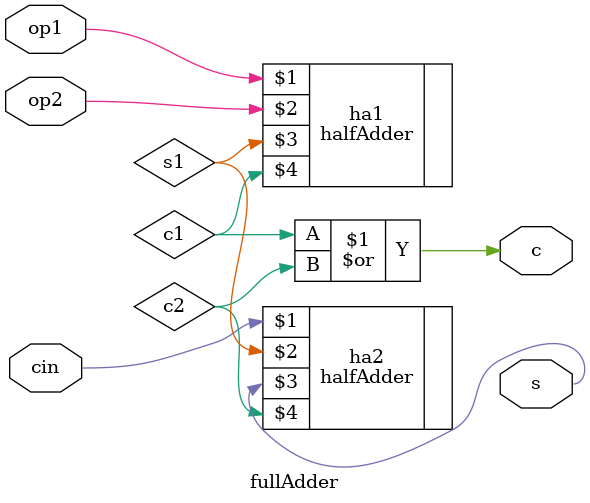
<source format=v>
`include "halfAdder.v"
module fullAdder(op1,op2,cin,s,c);
input op1,op2,cin;
output s,c;
wire s1,c1,c2;
halfAdder ha1(op1,op2,s1,c1);
halfAdder ha2(cin,s1,s,c2);
or(c,c1,c2);
endmodule
</source>
